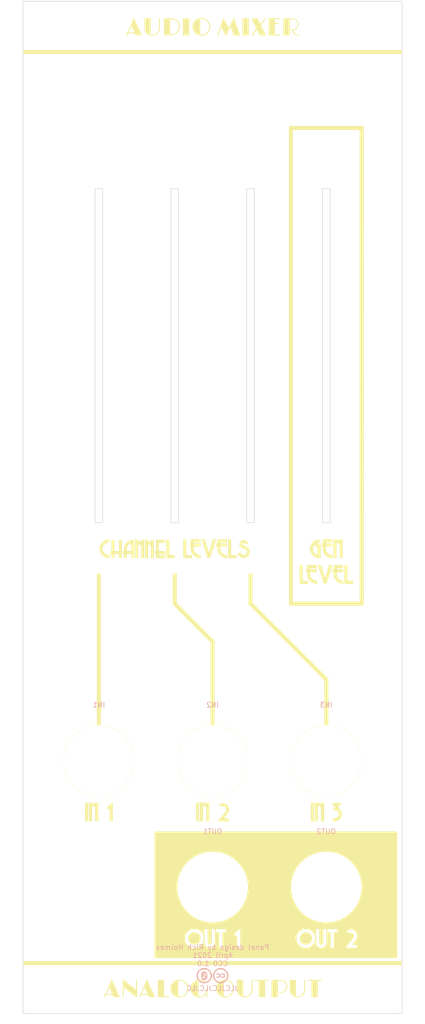
<source format=kicad_pcb>
(kicad_pcb (version 20171130) (host pcbnew 5.1.10-88a1d61d58~90~ubuntu20.04.1)
  (layers (0 F.Cu signal) (31 B.Cu signal) (34 B.Paste user) (35 F.Paste user) (36 B.SilkS user) (37 F.SilkS user) (38 B.Mask user) (39 F.Mask user) (44 Edge.Cuts user))
  (net 0 "")
  (module Kosmo_panel:Kosmo_Jack_Hole_NPTH (layer F.Cu) (at 60 175)
    (fp_text reference H15 hide)
    (fp_text value Jack_Hole)
    (pad "" np_thru_hole circle (at 0 0) (size 10 10) (drill 10) (layers *.Mask F.Cu))
  )
  (module Kosmo_panel:Kosmo_Jack_Hole_NPTH (layer F.Cu) (at 37.5 175)
    (fp_text reference H13 hide)
    (fp_text value Jack_Hole)
    (pad "" np_thru_hole circle (at 0 0) (size 10 10) (drill 10) (layers *.Mask F.Cu))
  )
  (module Kosmo_panel:Kosmo_Jack_Hole_NPTH (layer F.Cu) (at 60 150)
    (fp_text reference H11 hide)
    (fp_text value Jack_Hole)
    (pad "" np_thru_hole circle (at 0 0) (size 10 10) (drill 10) (layers *.Mask F.Cu))
  )
  (module Kosmo_panel:Kosmo_Jack_Hole_NPTH (layer F.Cu) (at 37.5 150)
    (fp_text reference H9 hide)
    (fp_text value Jack_Hole)
    (pad "" np_thru_hole circle (at 0 0) (size 10 10) (drill 10) (layers *.Mask F.Cu))
  )
  (module Kosmo_panel:Kosmo_Jack_Hole_NPTH (layer F.Cu) (at 15 150)
    (fp_text reference H7 hide)
    (fp_text value Jack_Hole)
    (pad "" np_thru_hole circle (at 0 0) (size 10 10) (drill 10) (layers *.Mask F.Cu))
  )
  (module Kosmo_panel:Kosmo_Panel_Dual_Slotted_Mounting_Hole_NPTH (layer F.Cu) (at 69.2 197)
    (fp_text reference H6 hide)
    (fp_text value Mounting_Holes_Slotted)
    (pad "" np_thru_hole oval (at 1.4 -194) (size 6 3.2) (drill oval 6 3.2) (layers *.Mask F.Cu))
    (pad "" np_thru_hole oval (at 1.4 0) (size 6 3.2) (drill oval 6 3.2) (layers *.Mask F.Cu))
  )
  (module Kosmo_panel:Kosmo_Panel_Dual_Slotted_Mounting_Hole_NPTH (layer F.Cu) (at 3 197)
    (fp_text reference H1 hide)
    (fp_text value Mounting_Holes_Slotted)
    (pad "" np_thru_hole oval (at 1.4 -194) (size 6 3.2) (drill oval 6 3.2) (layers *.Mask F.Cu))
    (pad "" np_thru_hole oval (at 1.4 0) (size 6 3.2) (drill oval 6 3.2) (layers *.Mask F.Cu))
  )
  (module ao_tht:MountingHole_3.2mm_M3 (layer F.Cu) (at 67.5 125)
    (fp_text reference H5 hide)
    (fp_text value MountingHole)
    (pad 1 np_thru_hole circle (at 0 0) (size 3.2 3.2) (drill 3.2) (layers *.Cu *.Mask))
  )
  (module ao_tht:MountingHole_3.2mm_M3 (layer F.Cu) (at 7.5 125)
    (fp_text reference H4 hide)
    (fp_text value MountingHole)
    (pad 1 np_thru_hole circle (at 0 0) (size 3.2 3.2) (drill 3.2) (layers *.Cu *.Mask))
  )
  (module ao_tht:MountingHole_3.2mm_M3 (layer F.Cu) (at 67.5 20)
    (fp_text reference H3 hide)
    (fp_text value MountingHole)
    (pad 1 np_thru_hole circle (at 0 0) (size 3.2 3.2) (drill 3.2) (layers *.Cu *.Mask))
  )
  (module ao_tht:MountingHole_3.2mm_M3 (layer F.Cu) (at 7.5 20)
    (fp_text reference H2 hide)
    (fp_text value MountingHole)
    (pad 1 np_thru_hole circle (at 0 0) (size 3.2 3.2) (drill 3.2) (layers *.Cu *.Mask))
  )
  (module ao_audio_mixer:ao_audio_mixer_panel_slide_holes (layer F.Cu) (at 37.5 100)
    (fp_text reference GRAF3 hide)
    (fp_text value "Panel holes" hide)
  )
  (module ao_tht:CC0_logo (layer B.Cu) (at 37.5 192.5 180)
    (fp_text reference GRAF2 hide)
    (fp_text value "CC0 logo" hide)
  )
  (module ao_audio_mixer:ao_audio_mixer_panel_slide_art (layer F.Cu) (at 37.5 100)
    (fp_text reference GRAF1 hide)
    (fp_text value "Panel art" hide)
  )
  (module Kosmo_panel:Kosmo_Slide_Pot_Alpha_60mm (layer F.Cu) (at 60 70)
    (fp_text reference H14)
    (fp_text value Slide_Pot_Hole)
  )
  (module Kosmo_panel:Kosmo_Slide_Pot_Alpha_60mm (layer F.Cu) (at 45 70)
    (fp_text reference H12)
    (fp_text value Slide_Pot_Hole)
  )
  (module Kosmo_panel:Kosmo_Slide_Pot_Alpha_60mm (layer F.Cu) (at 30 70)
    (fp_text reference H10)
    (fp_text value Slide_Pot_Hole)
  )
  (module Kosmo_panel:Kosmo_Slide_Pot_Alpha_60mm (layer F.Cu) (at 15 70)
    (fp_text reference H8)
    (fp_text value Slide_Pot_Hole)
  )
  (gr_text OUT2 (at 60 164) (layer B.SilkS) (effects (font (size 1 1)) (justify mirror)))
  (gr_text OUT1 (at 37.5 164) (layer B.SilkS) (effects (font (size 1 1)) (justify mirror)))
  (gr_text IN3 (at 60 139) (layer B.SilkS) (effects (font (size 1 1)) (justify mirror)))
  (gr_text IN2 (at 37.5 139) (layer B.SilkS) (effects (font (size 1 1)) (justify mirror)))
  (gr_text IN1 (at 15 139) (layer B.SilkS) (effects (font (size 1 1)) (justify mirror)))
  (gr_text "Panel design by Rich Holmes\nApril 2021\nCC0 1.0" (at 37.5 188.5) (layer B.SilkS) (effects (font (size 1 1)) (justify mirror)))
  (gr_line (start 60.75 103) (end 59.25 103) (layer Edge.Cuts) (width 0.1))
  (gr_line (start 59.25 37) (end 60.75 37) (layer Edge.Cuts) (width 0.1))
  (gr_line (start 60.75 37) (end 60.75 103) (layer Edge.Cuts) (width 0.1))
  (gr_line (start 59.25 103) (end 59.25 37) (layer Edge.Cuts) (width 0.1))
  (gr_line (start 45.75 37) (end 45.75 103) (layer Edge.Cuts) (width 0.1))
  (gr_line (start 45.75 103) (end 44.25 103) (layer Edge.Cuts) (width 0.1))
  (gr_line (start 44.25 103) (end 44.25 37) (layer Edge.Cuts) (width 0.1))
  (gr_line (start 44.25 37) (end 45.75 37) (layer Edge.Cuts) (width 0.1))
  (gr_line (start 29.25 37) (end 30.75 37) (layer Edge.Cuts) (width 0.1))
  (gr_line (start 29.25 103) (end 29.25 37) (layer Edge.Cuts) (width 0.1))
  (gr_line (start 30.75 37) (end 30.75 103) (layer Edge.Cuts) (width 0.1))
  (gr_line (start 30.75 103) (end 29.25 103) (layer Edge.Cuts) (width 0.1))
  (gr_line (start 14.25 103) (end 14.25 37) (layer Edge.Cuts) (width 0.1))
  (gr_line (start 15.75 103) (end 14.25 103) (layer Edge.Cuts) (width 0.1))
  (gr_line (start 15.75 37) (end 15.75 103) (layer Edge.Cuts) (width 0.1))
  (gr_line (start 14.25 37) (end 15.75 37) (layer Edge.Cuts) (width 0.1))
  (gr_text JLCJLCJLCJLC (at 37.5 195) (layer B.SilkS) (effects (font (size 1 1)) (justify mirror)))
  (gr_line (start 75 0) (end 0 0) (layer Edge.Cuts) (width 0.1))
  (gr_line (start 75 200) (end 75 0) (layer Edge.Cuts) (width 0.1))
  (gr_line (start 0 200) (end 75 200) (layer Edge.Cuts) (width 0.1))
  (gr_line (start 0 0) (end 0 200) (layer Edge.Cuts) (width 0.1))
)
</source>
